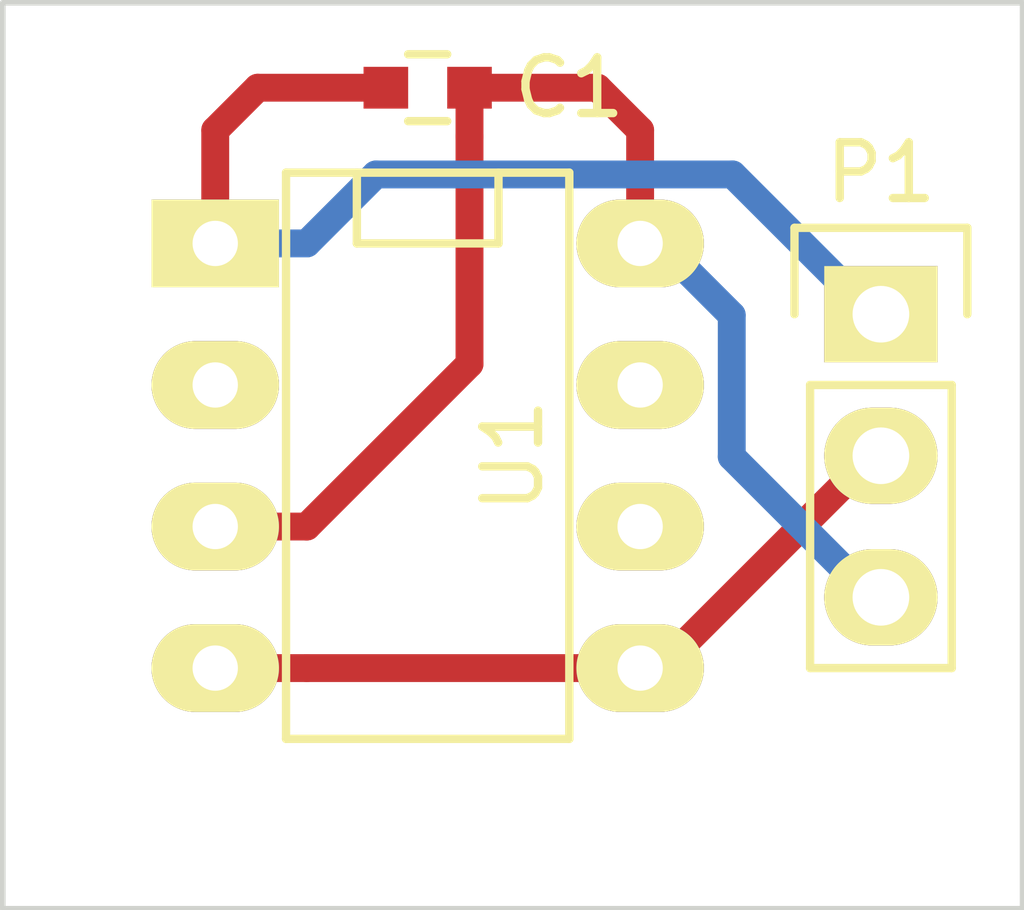
<source format=kicad_pcb>
(kicad_pcb (version 4) (host pcbnew 0.201505222246+5678~23~ubuntu14.04.1-product)

  (general
    (links 7)
    (no_connects 0)
    (area 122.428 88.9 141.224 105.664)
    (thickness 1.6)
    (drawings 4)
    (tracks 25)
    (zones 0)
    (modules 3)
    (nets 7)
  )

  (page A4)
  (layers
    (0 F.Cu signal)
    (31 B.Cu signal)
    (32 B.Adhes user)
    (33 F.Adhes user)
    (34 B.Paste user)
    (35 F.Paste user)
    (36 B.SilkS user)
    (37 F.SilkS user)
    (38 B.Mask user)
    (39 F.Mask user)
    (40 Dwgs.User user)
    (41 Cmts.User user)
    (42 Eco1.User user)
    (43 Eco2.User user)
    (44 Edge.Cuts user)
    (45 Margin user)
    (46 B.CrtYd user)
    (47 F.CrtYd user)
    (48 B.Fab user)
    (49 F.Fab user)
  )

  (setup
    (last_trace_width 0.5)
    (trace_clearance 0.2)
    (zone_clearance 0.508)
    (zone_45_only no)
    (trace_min 0.2)
    (segment_width 0.2)
    (edge_width 0.1)
    (via_size 0.6)
    (via_drill 0.4)
    (via_min_size 0.4)
    (via_min_drill 0.3)
    (uvia_size 0.3)
    (uvia_drill 0.1)
    (uvias_allowed no)
    (uvia_min_size 0.2)
    (uvia_min_drill 0.1)
    (pcb_text_width 0.3)
    (pcb_text_size 1.5 1.5)
    (mod_edge_width 0.15)
    (mod_text_size 1 1)
    (mod_text_width 0.15)
    (pad_size 1.5 1.5)
    (pad_drill 0.6)
    (pad_to_mask_clearance 0)
    (aux_axis_origin 0 0)
    (grid_origin 122.936 105.664)
    (visible_elements FFFFFF7F)
    (pcbplotparams
      (layerselection 0x00030_80000001)
      (usegerberextensions false)
      (excludeedgelayer true)
      (linewidth 0.100000)
      (plotframeref false)
      (viasonmask false)
      (mode 1)
      (useauxorigin false)
      (hpglpennumber 1)
      (hpglpenspeed 20)
      (hpglpendiameter 15)
      (hpglpenoverlay 2)
      (psnegative false)
      (psa4output false)
      (plotreference true)
      (plotvalue true)
      (plotinvisibletext false)
      (padsonsilk false)
      (subtractmaskfromsilk false)
      (outputformat 1)
      (mirror false)
      (drillshape 1)
      (scaleselection 1)
      (outputdirectory ""))
  )

  (net 0 "")
  (net 1 "Net-(C1-Pad1)")
  (net 2 "Net-(C1-Pad2)")
  (net 3 "Net-(P1-Pad2)")
  (net 4 "Net-(U1-Pad2)")
  (net 5 "Net-(U1-Pad6)")
  (net 6 "Net-(U1-Pad7)")

  (net_class Default "This is the default net class."
    (clearance 0.2)
    (trace_width 0.25)
    (via_dia 0.6)
    (via_drill 0.4)
    (uvia_dia 0.3)
    (uvia_drill 0.1)
    (add_net "Net-(P1-Pad2)")
    (add_net "Net-(U1-Pad2)")
    (add_net "Net-(U1-Pad6)")
    (add_net "Net-(U1-Pad7)")
  )

  (net_class PWR ""
    (clearance 0.2)
    (trace_width 0.5)
    (via_dia 0.6)
    (via_drill 0.4)
    (uvia_dia 0.3)
    (uvia_drill 0.1)
    (add_net "Net-(C1-Pad1)")
    (add_net "Net-(C1-Pad2)")
  )

  (module Capacitors_SMD:C_0603 placed (layer F.Cu) (tedit 55628A36) (tstamp 556281B3)
    (at 130.556 90.932)
    (descr "Capacitor SMD 0603, reflow soldering, AVX (see smccp.pdf)")
    (tags "capacitor 0603")
    (path /5562C91E)
    (attr smd)
    (fp_text reference C1 (at 2.54 0) (layer F.SilkS)
      (effects (font (size 1 1) (thickness 0.15)))
    )
    (fp_text value 100n (at -3.556 0) (layer F.Fab)
      (effects (font (size 1 1) (thickness 0.15)))
    )
    (fp_line (start -1.45 -0.75) (end 1.45 -0.75) (layer F.CrtYd) (width 0.05))
    (fp_line (start -1.45 0.75) (end 1.45 0.75) (layer F.CrtYd) (width 0.05))
    (fp_line (start -1.45 -0.75) (end -1.45 0.75) (layer F.CrtYd) (width 0.05))
    (fp_line (start 1.45 -0.75) (end 1.45 0.75) (layer F.CrtYd) (width 0.05))
    (fp_line (start -0.35 -0.6) (end 0.35 -0.6) (layer F.SilkS) (width 0.15))
    (fp_line (start 0.35 0.6) (end -0.35 0.6) (layer F.SilkS) (width 0.15))
    (pad 1 smd rect (at -0.75 0) (size 0.8 0.75) (layers F.Cu F.Paste F.Mask)
      (net 1 "Net-(C1-Pad1)"))
    (pad 2 smd rect (at 0.75 0) (size 0.8 0.75) (layers F.Cu F.Paste F.Mask)
      (net 2 "Net-(C1-Pad2)"))
    (model Capacitors_SMD.3dshapes/C_0603.wrl
      (at (xyz 0 0 0))
      (scale (xyz 1 1 1))
      (rotate (xyz 0 0 0))
    )
  )

  (module Pin_Headers:Pin_Header_Straight_1x03 placed (layer F.Cu) (tedit 55628371) (tstamp 556281BA)
    (at 138.684 94.996)
    (descr "Through hole pin header")
    (tags "pin header")
    (path /5562C973)
    (fp_text reference P1 (at 0 -2.54) (layer F.SilkS)
      (effects (font (size 1 1) (thickness 0.15)))
    )
    (fp_text value CONN_SENSOR (at -4.064 9.144) (layer F.Fab)
      (effects (font (size 1 1) (thickness 0.15)))
    )
    (fp_line (start -1.75 -1.75) (end -1.75 6.85) (layer F.CrtYd) (width 0.05))
    (fp_line (start 1.75 -1.75) (end 1.75 6.85) (layer F.CrtYd) (width 0.05))
    (fp_line (start -1.75 -1.75) (end 1.75 -1.75) (layer F.CrtYd) (width 0.05))
    (fp_line (start -1.75 6.85) (end 1.75 6.85) (layer F.CrtYd) (width 0.05))
    (fp_line (start -1.27 1.27) (end -1.27 6.35) (layer F.SilkS) (width 0.15))
    (fp_line (start -1.27 6.35) (end 1.27 6.35) (layer F.SilkS) (width 0.15))
    (fp_line (start 1.27 6.35) (end 1.27 1.27) (layer F.SilkS) (width 0.15))
    (fp_line (start 1.55 -1.55) (end 1.55 0) (layer F.SilkS) (width 0.15))
    (fp_line (start 1.27 1.27) (end -1.27 1.27) (layer F.SilkS) (width 0.15))
    (fp_line (start -1.55 0) (end -1.55 -1.55) (layer F.SilkS) (width 0.15))
    (fp_line (start -1.55 -1.55) (end 1.55 -1.55) (layer F.SilkS) (width 0.15))
    (pad 1 thru_hole rect (at 0 0) (size 2.032 1.7272) (drill 1.016) (layers *.Cu *.Mask F.SilkS)
      (net 1 "Net-(C1-Pad1)"))
    (pad 2 thru_hole oval (at 0 2.54) (size 2.032 1.7272) (drill 1.016) (layers *.Cu *.Mask F.SilkS)
      (net 3 "Net-(P1-Pad2)"))
    (pad 3 thru_hole oval (at 0 5.08) (size 2.032 1.7272) (drill 1.016) (layers *.Cu *.Mask F.SilkS)
      (net 2 "Net-(C1-Pad2)"))
    (model Pin_Headers.3dshapes/Pin_Header_Straight_1x03.wrl
      (at (xyz 0 -0.1 0))
      (scale (xyz 1 1 1))
      (rotate (xyz 0 0 90))
    )
  )

  (module Housings_DIP:DIP-8__300_ELL placed (layer F.Cu) (tedit 55628A21) (tstamp 556281C6)
    (at 130.556 97.536 270)
    (descr "8 pins DIL package, elliptical pads")
    (tags DIL)
    (path /5562C8C5)
    (fp_text reference U1 (at 0 -1.524 450) (layer F.SilkS)
      (effects (font (size 1 1) (thickness 0.15)))
    )
    (fp_text value OPT101 (at 0 0 270) (layer F.Fab)
      (effects (font (size 1 1) (thickness 0.15)))
    )
    (fp_line (start -5.08 -1.27) (end -3.81 -1.27) (layer F.SilkS) (width 0.15))
    (fp_line (start -3.81 -1.27) (end -3.81 1.27) (layer F.SilkS) (width 0.15))
    (fp_line (start -3.81 1.27) (end -5.08 1.27) (layer F.SilkS) (width 0.15))
    (fp_line (start -5.08 -2.54) (end 5.08 -2.54) (layer F.SilkS) (width 0.15))
    (fp_line (start 5.08 -2.54) (end 5.08 2.54) (layer F.SilkS) (width 0.15))
    (fp_line (start 5.08 2.54) (end -5.08 2.54) (layer F.SilkS) (width 0.15))
    (fp_line (start -5.08 2.54) (end -5.08 -2.54) (layer F.SilkS) (width 0.15))
    (pad 1 thru_hole rect (at -3.81 3.81 270) (size 1.5748 2.286) (drill 0.8128) (layers *.Cu *.Mask F.SilkS)
      (net 1 "Net-(C1-Pad1)"))
    (pad 2 thru_hole oval (at -1.27 3.81 270) (size 1.5748 2.286) (drill 0.8128) (layers *.Cu *.Mask F.SilkS)
      (net 4 "Net-(U1-Pad2)"))
    (pad 3 thru_hole oval (at 1.27 3.81 270) (size 1.5748 2.286) (drill 0.8128) (layers *.Cu *.Mask F.SilkS)
      (net 2 "Net-(C1-Pad2)"))
    (pad 4 thru_hole oval (at 3.81 3.81 270) (size 1.5748 2.286) (drill 0.8128) (layers *.Cu *.Mask F.SilkS)
      (net 3 "Net-(P1-Pad2)"))
    (pad 5 thru_hole oval (at 3.81 -3.81 270) (size 1.5748 2.286) (drill 0.8128) (layers *.Cu *.Mask F.SilkS)
      (net 3 "Net-(P1-Pad2)"))
    (pad 6 thru_hole oval (at 1.27 -3.81 270) (size 1.5748 2.286) (drill 0.8128) (layers *.Cu *.Mask F.SilkS)
      (net 5 "Net-(U1-Pad6)"))
    (pad 7 thru_hole oval (at -1.27 -3.81 270) (size 1.5748 2.286) (drill 0.8128) (layers *.Cu *.Mask F.SilkS)
      (net 6 "Net-(U1-Pad7)"))
    (pad 8 thru_hole oval (at -3.81 -3.81 270) (size 1.5748 2.286) (drill 0.8128) (layers *.Cu *.Mask F.SilkS)
      (net 2 "Net-(C1-Pad2)"))
    (model Sockets_DIP.3dshapes/DIP-8__300_ELL.wrl
      (at (xyz 0 0 0))
      (scale (xyz 1 1 1))
      (rotate (xyz 0 0 0))
    )
  )

  (gr_line (start 141.224 105.664) (end 122.936 105.664) (angle 90) (layer Edge.Cuts) (width 0.1))
  (gr_line (start 141.224 89.408) (end 141.224 105.664) (angle 90) (layer Edge.Cuts) (width 0.1))
  (gr_line (start 122.936 89.408) (end 141.224 89.408) (angle 90) (layer Edge.Cuts) (width 0.1))
  (gr_line (start 122.936 105.664) (end 122.936 89.408) (angle 90) (layer Edge.Cuts) (width 0.1))

  (segment (start 138.684 94.996) (end 138.5316 94.996) (width 0.5) (layer B.Cu) (net 1))
  (segment (start 136.02419 92.48859) (end 129.62641 92.48859) (width 0.5) (layer B.Cu) (net 1))
  (segment (start 138.5316 94.996) (end 136.02419 92.48859) (width 0.5) (layer B.Cu) (net 1))
  (segment (start 129.62641 92.48859) (end 128.389 93.726) (width 0.5) (layer B.Cu) (net 1))
  (segment (start 128.389 93.726) (end 126.746 93.726) (width 0.5) (layer B.Cu) (net 1))
  (segment (start 129.806 90.932) (end 127.508 90.932) (width 0.5) (layer F.Cu) (net 1))
  (segment (start 127.508 90.932) (end 126.746 91.694) (width 0.5) (layer F.Cu) (net 1))
  (segment (start 126.746 91.694) (end 126.746 93.726) (width 0.5) (layer F.Cu) (net 1))
  (segment (start 138.684 100.076) (end 138.5316 100.076) (width 0.5) (layer B.Cu) (net 2))
  (segment (start 134.7216 93.726) (end 134.366 93.726) (width 0.5) (layer B.Cu) (net 2))
  (segment (start 138.5316 100.076) (end 136.009 97.5534) (width 0.5) (layer B.Cu) (net 2))
  (segment (start 136.009 97.5534) (end 136.009 95.0134) (width 0.5) (layer B.Cu) (net 2))
  (segment (start 136.009 95.0134) (end 134.7216 93.726) (width 0.5) (layer B.Cu) (net 2))
  (segment (start 126.746 98.806) (end 128.389 98.806) (width 0.5) (layer F.Cu) (net 2))
  (segment (start 128.389 98.806) (end 131.306 95.889) (width 0.5) (layer F.Cu) (net 2))
  (segment (start 131.306 95.889) (end 131.306 91.807) (width 0.5) (layer F.Cu) (net 2))
  (segment (start 131.306 91.807) (end 131.306 90.932) (width 0.5) (layer F.Cu) (net 2))
  (segment (start 133.604 90.932) (end 134.366 91.694) (width 0.5) (layer F.Cu) (net 2))
  (segment (start 134.366 91.694) (end 134.366 93.726) (width 0.5) (layer F.Cu) (net 2))
  (segment (start 131.306 90.932) (end 133.604 90.932) (width 0.5) (layer F.Cu) (net 2))
  (segment (start 138.684 97.536) (end 138.5316 97.536) (width 0.5) (layer F.Cu) (net 3))
  (segment (start 138.5316 97.536) (end 134.7216 101.346) (width 0.5) (layer F.Cu) (net 3))
  (segment (start 134.7216 101.346) (end 134.366 101.346) (width 0.5) (layer F.Cu) (net 3))
  (segment (start 126.746 101.346) (end 128.389 101.346) (width 0.5) (layer F.Cu) (net 3))
  (segment (start 128.389 101.346) (end 134.366 101.346) (width 0.5) (layer F.Cu) (net 3))

)

</source>
